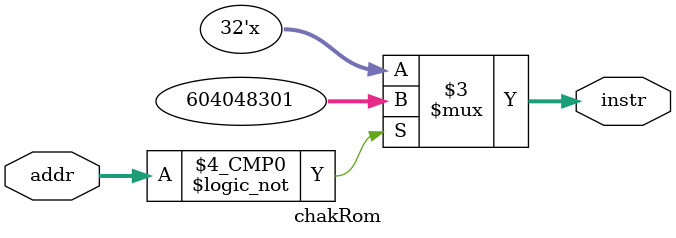
<source format=v>
module chakRom (addr, instr);

  input [4:0] addr;
  output [31:0] instr;
  reg [31:0] instr;

  // addresses converted from 32 bit byte-addressable
  // to 23-bit word-addressable
  always @ (addr)
    begin
      case(addr)
	   
	   5'h00: instr <= 32'h24010bad;
	   5'h00: instr <= 32'h3c020152;
	   5'h00: instr <= 32'h00000000;
	   5'h00: instr <= 32'h00000000;
	   5'h00: instr <= 32'h14220002;
	   5'h00: instr <= 32'h34220000;
	   5'h00: instr <= 32'h241e001e;
	   5'h00: instr <= 32'h240a000a;
	   5'h00: instr <= 32'h240b000b;
	   5'h00: instr <= 32'h240c000c;
	   5'h00: instr <= 32'h240d000d;
	   5'h00: instr <= 32'h156c0002;
	   5'h00: instr <= 32'h240e000e;
	   5'h00: instr <= 32'h241f001f;
	   5'h00: instr <= 32'h240f000f;	   
	   

	   default: begin
	     instr <= 32'bx; 
          //$display("Invalid ROM address: %h", addr);
	   end
	 endcase
    end
	 
endmodule


</source>
